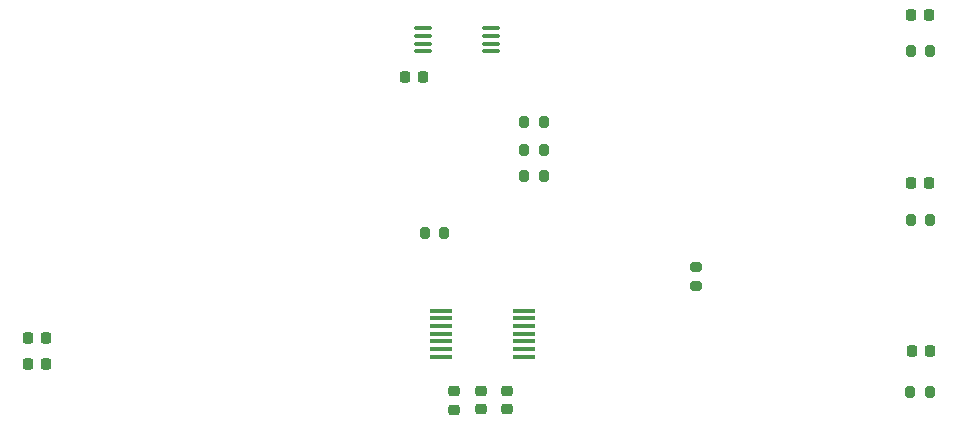
<source format=gbr>
%TF.GenerationSoftware,KiCad,Pcbnew,9.0.7*%
%TF.CreationDate,2026-01-06T11:15:33-08:00*%
%TF.ProjectId,v1.2,76312e32-2e6b-4696-9361-645f70636258,rev?*%
%TF.SameCoordinates,Original*%
%TF.FileFunction,Paste,Top*%
%TF.FilePolarity,Positive*%
%FSLAX46Y46*%
G04 Gerber Fmt 4.6, Leading zero omitted, Abs format (unit mm)*
G04 Created by KiCad (PCBNEW 9.0.7) date 2026-01-06 11:15:33*
%MOMM*%
%LPD*%
G01*
G04 APERTURE LIST*
G04 Aperture macros list*
%AMRoundRect*
0 Rectangle with rounded corners*
0 $1 Rounding radius*
0 $2 $3 $4 $5 $6 $7 $8 $9 X,Y pos of 4 corners*
0 Add a 4 corners polygon primitive as box body*
4,1,4,$2,$3,$4,$5,$6,$7,$8,$9,$2,$3,0*
0 Add four circle primitives for the rounded corners*
1,1,$1+$1,$2,$3*
1,1,$1+$1,$4,$5*
1,1,$1+$1,$6,$7*
1,1,$1+$1,$8,$9*
0 Add four rect primitives between the rounded corners*
20,1,$1+$1,$2,$3,$4,$5,0*
20,1,$1+$1,$4,$5,$6,$7,0*
20,1,$1+$1,$6,$7,$8,$9,0*
20,1,$1+$1,$8,$9,$2,$3,0*%
G04 Aperture macros list end*
%ADD10RoundRect,0.100000X0.850000X0.100000X-0.850000X0.100000X-0.850000X-0.100000X0.850000X-0.100000X0*%
%ADD11RoundRect,0.225000X0.250000X-0.225000X0.250000X0.225000X-0.250000X0.225000X-0.250000X-0.225000X0*%
%ADD12RoundRect,0.200000X-0.200000X-0.275000X0.200000X-0.275000X0.200000X0.275000X-0.200000X0.275000X0*%
%ADD13RoundRect,0.200000X-0.275000X0.200000X-0.275000X-0.200000X0.275000X-0.200000X0.275000X0.200000X0*%
%ADD14RoundRect,0.225000X-0.225000X-0.250000X0.225000X-0.250000X0.225000X0.250000X-0.225000X0.250000X0*%
%ADD15RoundRect,0.225000X0.225000X0.250000X-0.225000X0.250000X-0.225000X-0.250000X0.225000X-0.250000X0*%
%ADD16RoundRect,0.100000X0.637500X0.100000X-0.637500X0.100000X-0.637500X-0.100000X0.637500X-0.100000X0*%
%ADD17RoundRect,0.200000X0.200000X0.275000X-0.200000X0.275000X-0.200000X-0.275000X0.200000X-0.275000X0*%
G04 APERTURE END LIST*
D10*
%TO.C,U1*%
X97900000Y-140700000D03*
X97900000Y-140050000D03*
X97900000Y-139400000D03*
X97900000Y-138750000D03*
X97900000Y-138100000D03*
X97900000Y-137450000D03*
X97900000Y-136800000D03*
X90900000Y-136800000D03*
X90900000Y-137450000D03*
X90900000Y-138100000D03*
X90900000Y-138750000D03*
X90900000Y-139400000D03*
X90900000Y-140050000D03*
X90900000Y-140700000D03*
%TD*%
D11*
%TO.C,C5*%
X96500000Y-145150000D03*
X96500000Y-143600000D03*
%TD*%
D12*
%TO.C,R5*%
X130675000Y-114800000D03*
X132325000Y-114800000D03*
%TD*%
D13*
%TO.C,R2*%
X112500000Y-133100000D03*
X112500000Y-134750000D03*
%TD*%
D11*
%TO.C,C4*%
X94300000Y-145150000D03*
X94300000Y-143600000D03*
%TD*%
D14*
%TO.C,C11*%
X130750000Y-140200000D03*
X132300000Y-140200000D03*
%TD*%
D15*
%TO.C,C12*%
X89400000Y-117000000D03*
X87850000Y-117000000D03*
%TD*%
D16*
%TO.C,U2*%
X95100000Y-114850000D03*
X95100000Y-114200000D03*
X95100000Y-113550000D03*
X95100000Y-112900000D03*
X89375000Y-112900000D03*
X89375000Y-113550000D03*
X89375000Y-114200000D03*
X89375000Y-114850000D03*
%TD*%
D14*
%TO.C,C8*%
X55950000Y-139100000D03*
X57500000Y-139100000D03*
%TD*%
D17*
%TO.C,R7*%
X99600000Y-123200000D03*
X97950000Y-123200000D03*
%TD*%
D14*
%TO.C,C9*%
X130700000Y-111800000D03*
X132250000Y-111800000D03*
%TD*%
D12*
%TO.C,R6*%
X130675000Y-129100000D03*
X132325000Y-129100000D03*
%TD*%
D14*
%TO.C,C10*%
X130700000Y-126000000D03*
X132250000Y-126000000D03*
%TD*%
D17*
%TO.C,R8*%
X99625000Y-120800000D03*
X97975000Y-120800000D03*
%TD*%
%TO.C,R4*%
X132300000Y-143700000D03*
X130650000Y-143700000D03*
%TD*%
D12*
%TO.C,R3*%
X97950000Y-125400000D03*
X99600000Y-125400000D03*
%TD*%
D14*
%TO.C,C7*%
X55950000Y-141300000D03*
X57500000Y-141300000D03*
%TD*%
D12*
%TO.C,R1*%
X89550000Y-130200000D03*
X91200000Y-130200000D03*
%TD*%
D11*
%TO.C,C6*%
X92000000Y-145175000D03*
X92000000Y-143625000D03*
%TD*%
M02*

</source>
